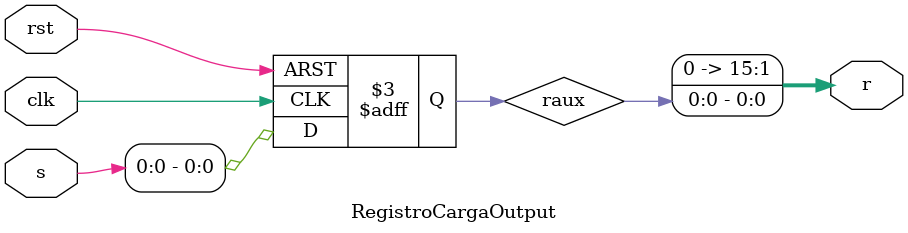
<source format=sv>
module RegistroCargaOutput
#(parameter N = 16)
(
	input [N-1:0] s,
	input clk,
	input rst,
	output [N-1:0] r

);

	logic raux=0;
	
	always @ (negedge clk or posedge rst)
		if (rst) 
			raux=0;
		else 
			raux=s;
	
	assign r=raux;
	
endmodule
</source>
